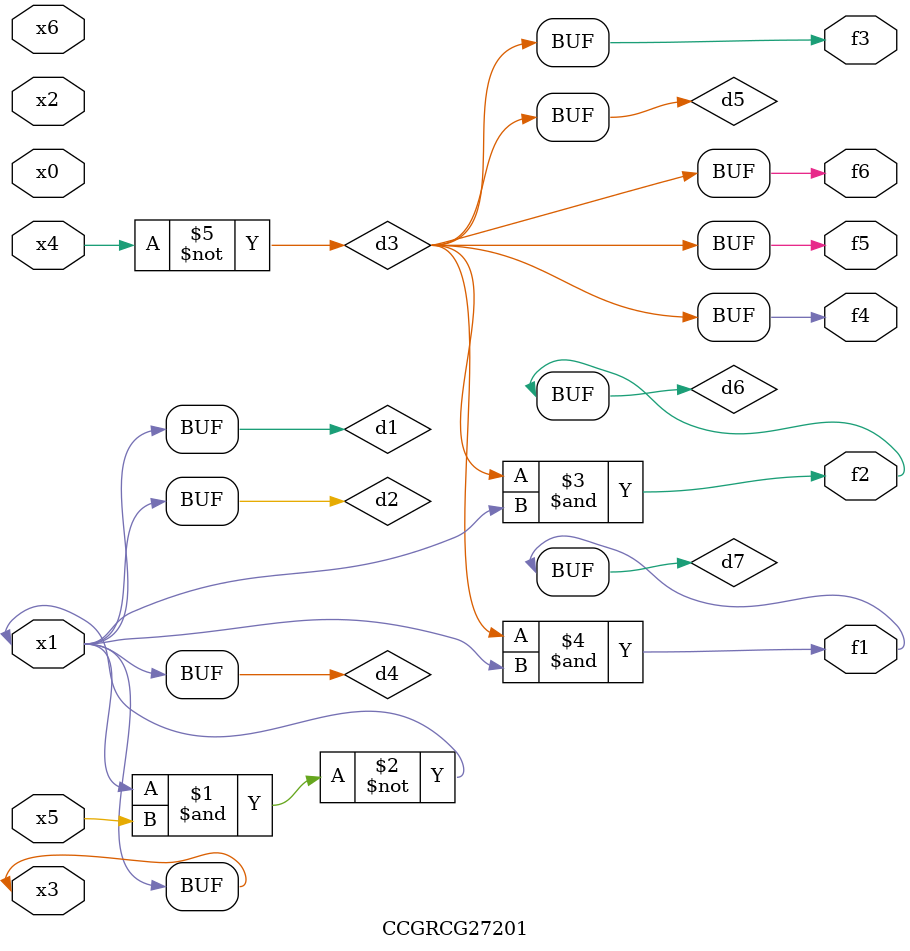
<source format=v>
module CCGRCG27201(
	input x0, x1, x2, x3, x4, x5, x6,
	output f1, f2, f3, f4, f5, f6
);

	wire d1, d2, d3, d4, d5, d6, d7;

	buf (d1, x1, x3);
	nand (d2, x1, x5);
	not (d3, x4);
	buf (d4, d1, d2);
	buf (d5, d3);
	and (d6, d3, d4);
	and (d7, d3, d4);
	assign f1 = d7;
	assign f2 = d6;
	assign f3 = d5;
	assign f4 = d5;
	assign f5 = d5;
	assign f6 = d5;
endmodule

</source>
